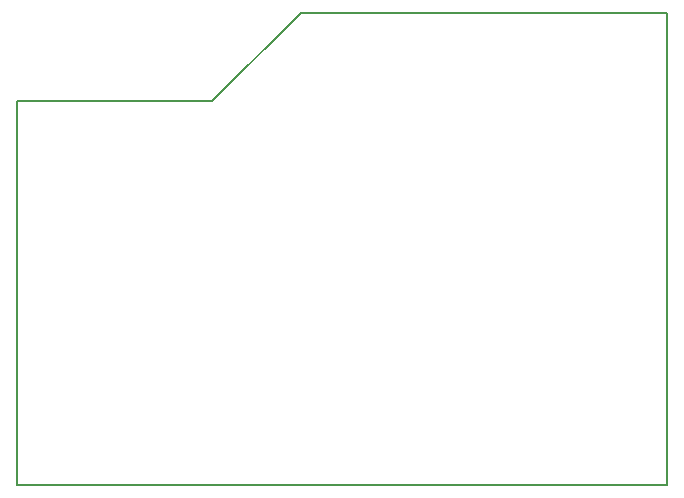
<source format=gbr>
G04 DipTrace 3.3.1.3*
G04 board.gbr*
%MOIN*%
G04 #@! TF.FileFunction,Profile*
G04 #@! TF.Part,Single*
%ADD11C,0.005512*%
%FSLAX26Y26*%
G04*
G70*
G90*
G75*
G01*
G04 BoardOutline*
%LPD*%
X1043307Y1673228D2*
D11*
X1338583Y1968504D1*
X2559055D1*
Y393701D1*
X393701D1*
Y1673228D1*
X1043307D1*
M02*

</source>
